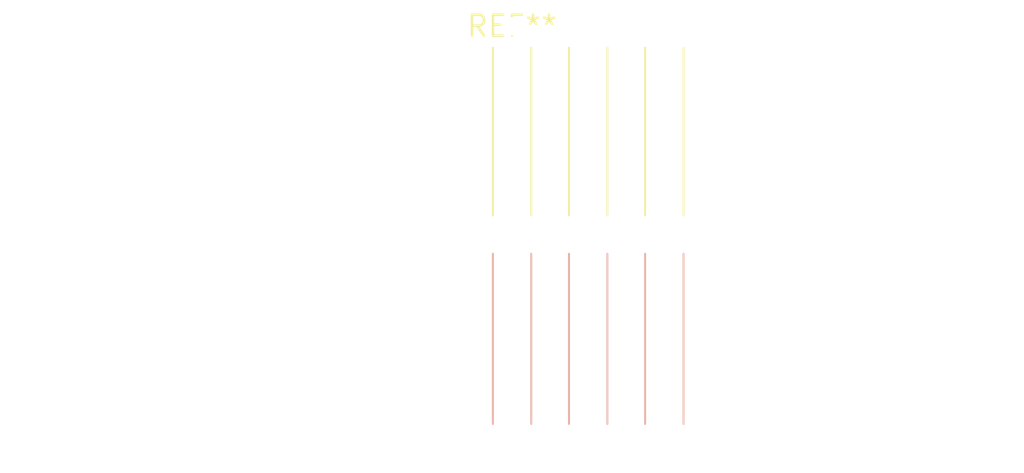
<source format=kicad_pcb>
(kicad_pcb (version 20240108) (generator pcbnew)
  (layers (0 "F.Cu" signal) (31 "B.Cu" signal) (34 "B.Paste" user) (35 "F.Paste" user) (36 "B.SilkS" user "B.Silkscreen") (37 "F.SilkS" user "F.Silkscreen") (38 "B.Mask" user) (39 "F.Mask" user) (44 "Edge.Cuts" user))
  (net 0 "")
  (footprint "SolderWire-0.5sqmm_1x03_P4.6mm_D0.9mm_OD2.1mm_Relief2x" (layer "F.Cu") (at 0 0)
    (property "Reference" "REF**")
    (property "Value" "SolderWire-0.5sqmm_1x03_P4.6mm_D0.9mm_OD2.1mm_Relief2x")
    (fp_line (start -1.16 13.76) (end -1.16 24.04) (layer "B.SilkS") (stroke (width 0.12)))
    (fp_line (start 1.16 13.76) (end 1.16 24.04) (layer "B.SilkS") (stroke (width 0.12)))
    (fp_line (start 3.44 13.76) (end 3.44 24.04) (layer "B.SilkS") (stroke (width 0.12)))
    (fp_line (start 5.76 13.76) (end 5.76 24.04) (layer "B.SilkS") (stroke (width 0.12)))
    (fp_line (start 8.04 13.76) (end 8.04 24.04) (layer "B.SilkS") (stroke (width 0.12)))
    (fp_line (start 10.36 13.76) (end 10.36 24.04) (layer "B.SilkS") (stroke (width 0.12)))
    (fp_line (start -1.16 1.31) (end -1.16 11.44) (layer "F.SilkS") (stroke (width 0.12)))
    (fp_line (start 1.16 1.31) (end 1.16 11.44) (layer "F.SilkS") (stroke (width 0.12)))
    (fp_line (start 3.44 1.31) (end 3.44 11.44) (layer "F.SilkS") (stroke (width 0.12)))
    (fp_line (start 5.76 1.31) (end 5.76 11.44) (layer "F.SilkS") (stroke (width 0.12)))
    (fp_line (start 8.04 1.31) (end 8.04 11.44) (layer "F.SilkS") (stroke (width 0.12)))
    (fp_line (start 10.36 1.31) (end 10.36 11.44) (layer "F.SilkS") (stroke (width 0.12)))
    (pad "" np_thru_hole circle (at 0 12.6) (size 2.6 2.6) (drill 2.6) (layers *.Cu *.Mask))
    (pad "" np_thru_hole circle (at 0 25.2) (size 2.6 2.6) (drill 2.6) (layers *.Cu *.Mask))
    (pad "" np_thru_hole circle (at 4.6 12.6) (size 2.6 2.6) (drill 2.6) (layers *.Cu *.Mask))
    (pad "" np_thru_hole circle (at 4.6 25.2) (size 2.6 2.6) (drill 2.6) (layers *.Cu *.Mask))
    (pad "" np_thru_hole circle (at 9.2 12.6) (size 2.6 2.6) (drill 2.6) (layers *.Cu *.Mask))
    (pad "" np_thru_hole circle (at 9.2 25.2) (size 2.6 2.6) (drill 2.6) (layers *.Cu *.Mask))
    (pad "1" thru_hole roundrect (at 0 0) (size 2.1 2.1) (drill 1.1) (layers *.Cu *.Mask) (remove_unused_layers) (roundrect_rratio 0.119048))
    (pad "2" thru_hole circle (at 4.6 0) (size 2.1 2.1) (drill 1.1) (layers *.Cu *.Mask) (remove_unused_layers))
    (pad "3" thru_hole circle (at 9.2 0) (size 2.1 2.1) (drill 1.1) (layers *.Cu *.Mask) (remove_unused_layers))
  )
)
</source>
